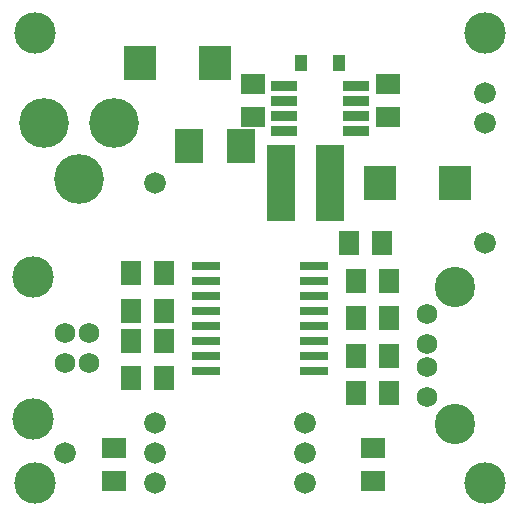
<source format=gts>
G75*
G70*
%OFA0B0*%
%FSLAX24Y24*%
%IPPOS*%
%LPD*%
%AMOC8*
5,1,8,0,0,1.08239X$1,22.5*
%
%ADD10R,0.0946X0.0316*%
%ADD11C,0.0680*%
%ADD12C,0.1380*%
%ADD13C,0.1346*%
%ADD14R,0.0710X0.0789*%
%ADD15C,0.0720*%
%ADD16R,0.0789X0.0710*%
%ADD17C,0.1660*%
%ADD18R,0.1084X0.1143*%
%ADD19R,0.0880X0.0340*%
%ADD20R,0.0926X0.2560*%
%ADD21R,0.0930X0.1160*%
%ADD22R,0.0438X0.0560*%
D10*
X009743Y004982D03*
X009743Y005482D03*
X009743Y005982D03*
X009743Y006482D03*
X009743Y006982D03*
X009743Y007482D03*
X009743Y007982D03*
X009743Y008482D03*
X013365Y008482D03*
X013365Y007982D03*
X013365Y007482D03*
X013365Y006982D03*
X013365Y006482D03*
X013365Y005982D03*
X013365Y005482D03*
X013365Y004982D03*
D11*
X017109Y005088D03*
X017109Y005876D03*
X017109Y006860D03*
X017109Y004104D03*
X005834Y005240D03*
X005054Y005240D03*
X005054Y006224D03*
X005834Y006224D03*
D12*
X004054Y001232D03*
X003984Y003362D03*
X003984Y008102D03*
X004054Y016232D03*
X019054Y016232D03*
X019054Y001232D03*
D13*
X018054Y003198D03*
X018054Y007765D03*
D14*
X015855Y007982D03*
X014753Y007982D03*
X014753Y006732D03*
X015855Y006732D03*
X015855Y005482D03*
X014753Y005482D03*
X014753Y004232D03*
X015855Y004232D03*
X015605Y009232D03*
X014503Y009232D03*
X008355Y008232D03*
X007253Y008232D03*
X007253Y006982D03*
X007253Y005982D03*
X008355Y005982D03*
X008355Y006982D03*
X008355Y004732D03*
X007253Y004732D03*
D15*
X008054Y003232D03*
X008054Y002232D03*
X008054Y001232D03*
X005054Y002232D03*
X013054Y002232D03*
X013054Y001232D03*
X013054Y003232D03*
X019054Y009232D03*
X019054Y013232D03*
X019054Y014232D03*
X008054Y011232D03*
D16*
X011304Y013431D03*
X011304Y014533D03*
X015804Y014533D03*
X015804Y013431D03*
X015304Y002408D03*
X015304Y001306D03*
X006679Y001306D03*
X006679Y002408D03*
D17*
X005516Y011381D03*
X004335Y013232D03*
X006698Y013232D03*
D18*
X007556Y015232D03*
X010052Y015232D03*
X015556Y011232D03*
X018052Y011232D03*
D19*
X014764Y012982D03*
X014764Y013482D03*
X014764Y013982D03*
X014764Y014482D03*
X012344Y014482D03*
X012344Y013982D03*
X012344Y013482D03*
X012344Y012982D03*
D20*
X012237Y011232D03*
X013871Y011232D03*
D21*
X010924Y012482D03*
X009184Y012482D03*
D22*
X012910Y015232D03*
X014198Y015232D03*
M02*

</source>
